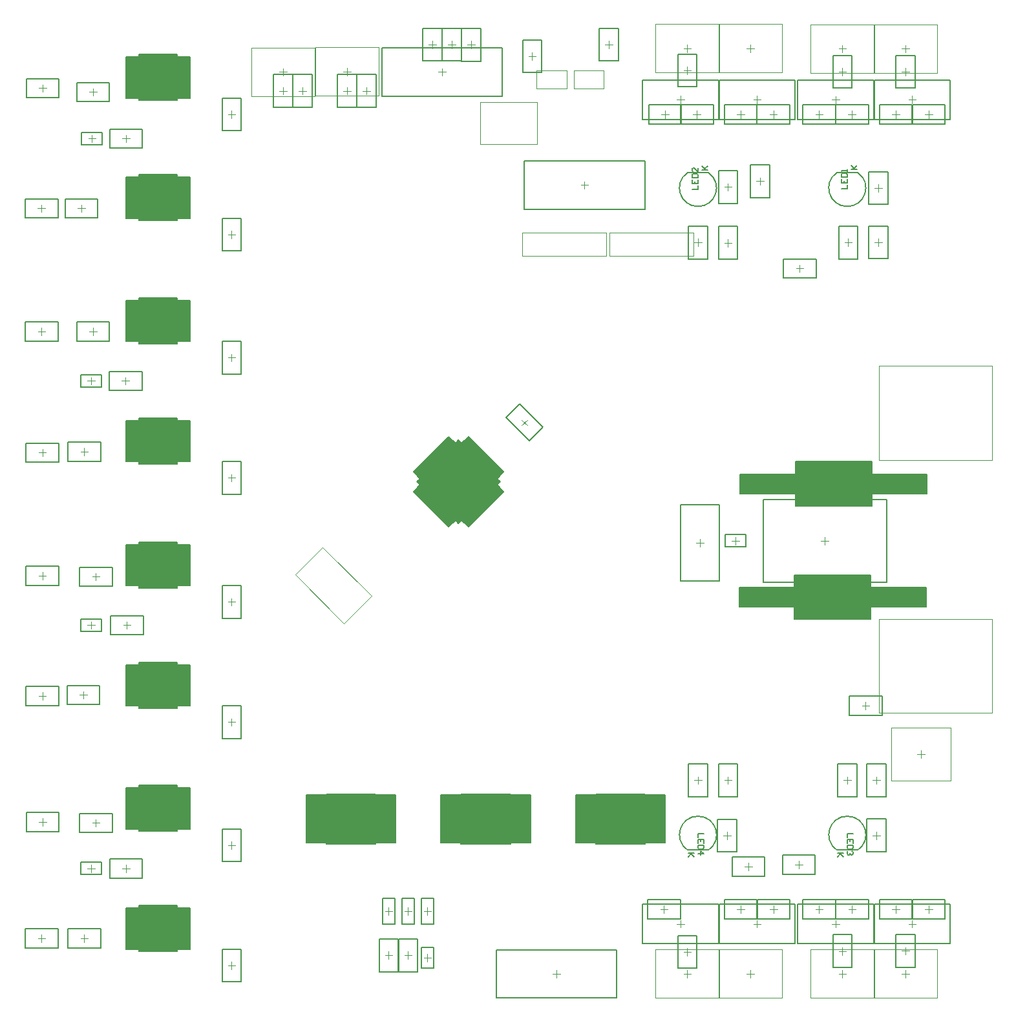
<source format=gbr>
%TF.GenerationSoftware,Altium Limited,Altium Designer,21.6.4 (81)*%
G04 Layer_Color=32768*
%FSLAX43Y43*%
%MOMM*%
%TF.SameCoordinates,5D8205C6-A8A5-4108-8313-488A8EE5113E*%
%TF.FilePolarity,Positive*%
%TF.FileFunction,Other,Mechanical_15*%
%TF.Part,Single*%
G01*
G75*
%TA.AperFunction,NonConductor*%
%ADD81C,0.152*%
%ADD82C,0.200*%
%ADD117C,0.100*%
%ADD118C,0.050*%
G36*
X119723Y167665D02*
X121378D01*
Y162281D01*
X119723D01*
Y161963D01*
X114719D01*
Y162281D01*
X113064D01*
Y167665D01*
X114719D01*
Y167983D01*
X119723D01*
Y167665D01*
D02*
G37*
G36*
Y151917D02*
X121378D01*
Y146533D01*
X119723D01*
Y146215D01*
X114719D01*
Y146533D01*
X113064D01*
Y151917D01*
X114719D01*
Y152235D01*
X119723D01*
Y151917D01*
D02*
G37*
G36*
Y135788D02*
X121378D01*
Y130404D01*
X119723D01*
Y130086D01*
X114719D01*
Y130404D01*
X113064D01*
Y135788D01*
X114719D01*
Y136106D01*
X119723D01*
Y135788D01*
D02*
G37*
G36*
X162502Y113317D02*
X161616Y112431D01*
X162033Y112014D01*
X161616Y111597D01*
X162502Y110711D01*
X157894Y106103D01*
X157008Y106989D01*
X156591Y106572D01*
X156174Y106989D01*
X155288Y106103D01*
X150680Y110711D01*
X151566Y111597D01*
X151149Y112014D01*
X151566Y112431D01*
X150680Y113317D01*
X155288Y117925D01*
X156174Y117039D01*
X156591Y117456D01*
X157008Y117039D01*
X157894Y117925D01*
X162502Y113317D01*
D02*
G37*
G36*
X119723Y120040D02*
X121378D01*
Y114656D01*
X119723D01*
Y114338D01*
X114719D01*
Y114656D01*
X113064D01*
Y120040D01*
X114719D01*
Y120358D01*
X119723D01*
Y120040D01*
D02*
G37*
G36*
X210719Y113013D02*
X217946D01*
Y110448D01*
X210719D01*
Y108822D01*
X200712D01*
Y110448D01*
X193485D01*
Y113013D01*
X200712D01*
Y114639D01*
X210719D01*
Y113013D01*
D02*
G37*
G36*
X119723Y103784D02*
X121378D01*
Y98400D01*
X119723D01*
Y98082D01*
X114719D01*
Y98400D01*
X113064D01*
Y103784D01*
X114719D01*
Y104102D01*
X119723D01*
Y103784D01*
D02*
G37*
G36*
X210591Y98184D02*
X217818D01*
Y95618D01*
X210591D01*
Y93993D01*
X200584D01*
Y95618D01*
X193357D01*
Y98184D01*
X200584D01*
Y99809D01*
X210591D01*
Y98184D01*
D02*
G37*
G36*
X119723Y88036D02*
X121378D01*
Y82652D01*
X119723D01*
Y82334D01*
X114719D01*
Y82652D01*
X113064D01*
Y88036D01*
X114719D01*
Y88354D01*
X119723D01*
Y88036D01*
D02*
G37*
G36*
Y71907D02*
X121378D01*
Y66523D01*
X119723D01*
Y66205D01*
X114719D01*
Y66523D01*
X113064D01*
Y71907D01*
X114719D01*
Y72225D01*
X119723D01*
Y71907D01*
D02*
G37*
G36*
X181051Y70955D02*
X183655D01*
Y64681D01*
X181051D01*
Y64567D01*
X174549D01*
Y64681D01*
X171945D01*
Y70955D01*
X174549D01*
Y71069D01*
X181051D01*
Y70955D01*
D02*
G37*
G36*
X163398D02*
X166002D01*
Y64681D01*
X163398D01*
Y64567D01*
X156896D01*
Y64681D01*
X154292D01*
Y70955D01*
X156896D01*
Y71069D01*
X163398D01*
Y70955D01*
D02*
G37*
G36*
X145745D02*
X148349D01*
Y64681D01*
X145745D01*
Y64567D01*
X139243D01*
Y64681D01*
X136639D01*
Y70955D01*
X139243D01*
Y71069D01*
X145745D01*
Y70955D01*
D02*
G37*
G36*
X119723Y56159D02*
X121378D01*
Y50775D01*
X119723D01*
Y50457D01*
X114719D01*
Y50775D01*
X113064D01*
Y56159D01*
X114719D01*
Y56477D01*
X119723D01*
Y56159D01*
D02*
G37*
D81*
Y66523D02*
X121378D01*
X119723Y66205D02*
Y66523D01*
X114719Y66205D02*
X119723D01*
X114719D02*
Y66523D01*
X113064D02*
X114719D01*
X113064D02*
Y71907D01*
X114719D01*
Y72225D01*
X119723D01*
Y71907D02*
Y72225D01*
Y71907D02*
X121378D01*
Y66523D02*
Y71907D01*
X119723Y50775D02*
X121378D01*
X119723Y50457D02*
Y50775D01*
X114719Y50457D02*
X119723D01*
X114719D02*
Y50775D01*
X113064D02*
X114719D01*
X113064D02*
Y56159D01*
X114719D01*
Y56477D01*
X119723D01*
Y56159D02*
Y56477D01*
Y56159D02*
X121378D01*
Y50775D02*
Y56159D01*
X119723Y162281D02*
X121378D01*
X119723Y161963D02*
Y162281D01*
X114719Y161963D02*
X119723D01*
X114719D02*
Y162281D01*
X113064D02*
X114719D01*
X113064D02*
Y167665D01*
X114719D01*
Y167983D01*
X119723D01*
Y167665D02*
Y167983D01*
Y167665D02*
X121378D01*
Y162281D02*
Y167665D01*
X119723Y146533D02*
X121378D01*
X119723Y146215D02*
Y146533D01*
X114719Y146215D02*
X119723D01*
X114719D02*
Y146533D01*
X113064D02*
X114719D01*
X113064D02*
Y151917D01*
X114719D01*
Y152235D01*
X119723D01*
Y151917D02*
Y152235D01*
Y151917D02*
X121378D01*
Y146533D02*
Y151917D01*
X119723Y130404D02*
X121378D01*
X119723Y130086D02*
Y130404D01*
X114719Y130086D02*
X119723D01*
X114719D02*
Y130404D01*
X113064D02*
X114719D01*
X113064D02*
Y135788D01*
X114719D01*
Y136106D01*
X119723D01*
Y135788D02*
Y136106D01*
Y135788D02*
X121378D01*
Y130404D02*
Y135788D01*
X119723Y114656D02*
X121378D01*
X119723Y114338D02*
Y114656D01*
X114719Y114338D02*
X119723D01*
X114719D02*
Y114656D01*
X113064D02*
X114719D01*
X113064D02*
Y120040D01*
X114719D01*
Y120358D01*
X119723D01*
Y120040D02*
Y120358D01*
Y120040D02*
X121378D01*
Y114656D02*
Y120040D01*
X119723Y98400D02*
X121378D01*
X119723Y98082D02*
Y98400D01*
X114719Y98082D02*
X119723D01*
X114719D02*
Y98400D01*
X113064D02*
X114719D01*
X113064D02*
Y103784D01*
X114719D01*
Y104102D01*
X119723D01*
Y103784D02*
Y104102D01*
Y103784D02*
X121378D01*
Y98400D02*
Y103784D01*
X119723Y82652D02*
X121378D01*
X119723Y82334D02*
Y82652D01*
X114719Y82334D02*
X119723D01*
X114719D02*
Y82652D01*
X113064D02*
X114719D01*
X113064D02*
Y88036D01*
X114719D01*
Y88354D01*
X119723D01*
Y88036D02*
Y88354D01*
Y88036D02*
X121378D01*
Y82652D02*
Y88036D01*
X156174Y106989D02*
X156591Y106572D01*
X155288Y106103D02*
X156174Y106989D01*
X150680Y110711D02*
X155288Y106103D01*
X150680Y110711D02*
X151566Y111597D01*
X151149Y112014D02*
X151566Y111597D01*
X151149Y112014D02*
X151566Y112431D01*
X150680Y113317D02*
X151566Y112431D01*
X150680Y113317D02*
X155288Y117925D01*
X156174Y117039D01*
X156591Y117456D01*
X157008Y117039D01*
X157894Y117925D01*
X162502Y113317D01*
X161616Y112431D02*
X162502Y113317D01*
X161616Y112431D02*
X162033Y112014D01*
X161616Y111597D02*
X162033Y112014D01*
X161616Y111597D02*
X162502Y110711D01*
X157894Y106103D02*
X162502Y110711D01*
X157008Y106989D02*
X157894Y106103D01*
X156591Y106572D02*
X157008Y106989D01*
X145745Y70955D02*
Y71069D01*
Y70955D02*
X148349D01*
Y64681D02*
Y70955D01*
X145745Y64681D02*
X148349D01*
X145745Y64567D02*
Y64681D01*
X139243Y64567D02*
X145745D01*
X139243D02*
Y64681D01*
X136639D02*
X139243D01*
X136639D02*
Y70955D01*
X139243D01*
Y71069D01*
X145745D01*
X181051Y70955D02*
Y71069D01*
Y70955D02*
X183655D01*
Y64681D02*
Y70955D01*
X181051Y64681D02*
X183655D01*
X181051Y64567D02*
Y64681D01*
X174549Y64567D02*
X181051D01*
X174549D02*
Y64681D01*
X171945D02*
X174549D01*
X171945D02*
Y70955D01*
X174549D01*
Y71069D01*
X181051D01*
X163398Y70955D02*
Y71069D01*
Y70955D02*
X166002D01*
Y64681D02*
Y70955D01*
X163398Y64681D02*
X166002D01*
X163398Y64567D02*
Y64681D01*
X156896Y64567D02*
X163398D01*
X156896D02*
Y64681D01*
X154292D02*
X156896D01*
X154292D02*
Y70955D01*
X156896D01*
Y71069D01*
X163398D01*
X193485Y110448D02*
Y113013D01*
X200712D01*
Y114639D01*
X210719D01*
Y113013D02*
Y114639D01*
Y113013D02*
X217946D01*
Y110448D02*
Y113013D01*
X193485Y110448D02*
X200712D01*
Y108822D02*
Y110448D01*
Y108822D02*
X210719D01*
Y110448D01*
X217946D01*
X210591Y95618D02*
X217818D01*
X210591Y93993D02*
Y95618D01*
X200584Y93993D02*
X210591D01*
X200584D02*
Y95618D01*
X193357D02*
X200584D01*
X217818D02*
Y98184D01*
X210591D02*
X217818D01*
X210591D02*
Y99809D01*
X200584D02*
X210591D01*
X200584Y98184D02*
Y99809D01*
X193357Y98184D02*
X200584D01*
X193357Y95618D02*
Y98184D01*
X208280Y65913D02*
X207518D01*
Y65405D01*
X208280Y64643D02*
Y65151D01*
X207518D01*
Y64643D01*
X207899Y65151D02*
Y64897D01*
X208280Y64389D02*
X207518D01*
Y64009D01*
X207645Y63882D01*
X208153D01*
X208280Y64009D01*
Y64389D01*
X208153Y63628D02*
X208280Y63501D01*
Y63247D01*
X208153Y63120D01*
X208026D01*
X207899Y63247D01*
Y63374D01*
Y63247D01*
X207772Y63120D01*
X207645D01*
X207518Y63247D01*
Y63501D01*
X207645Y63628D01*
X207010Y63373D02*
X206248D01*
X206502D01*
X207010Y62865D01*
X206629Y63246D01*
X206248Y62865D01*
X188722Y65913D02*
X187960D01*
Y65405D01*
X188722Y64643D02*
Y65151D01*
X187960D01*
Y64643D01*
X188341Y65151D02*
Y64897D01*
X188722Y64389D02*
X187960D01*
Y64009D01*
X188087Y63882D01*
X188595D01*
X188722Y64009D01*
Y64389D01*
X187960Y63247D02*
X188722D01*
X188341Y63628D01*
Y63120D01*
X187452Y63373D02*
X186690D01*
X186944D01*
X187452Y62865D01*
X187071Y63246D01*
X186690Y62865D01*
X187198Y150363D02*
X187960D01*
Y150871D01*
X187198Y151633D02*
Y151125D01*
X187960D01*
Y151633D01*
X187579Y151125D02*
Y151379D01*
X187198Y151887D02*
X187960D01*
Y152267D01*
X187833Y152394D01*
X187325D01*
X187198Y152267D01*
Y151887D01*
X187960Y153156D02*
Y152648D01*
X187452Y153156D01*
X187325D01*
X187198Y153029D01*
Y152775D01*
X187325Y152648D01*
X188468Y152903D02*
X189230D01*
X188976D01*
X188468Y153411D01*
X188849Y153030D01*
X189230Y153411D01*
X208026Y152908D02*
X208788D01*
X208534D01*
X208026Y153416D01*
X208407Y153035D01*
X208788Y153416D01*
X206756Y150368D02*
X207518D01*
Y150876D01*
X206756Y151638D02*
Y151130D01*
X207518D01*
Y151638D01*
X207137Y151130D02*
Y151384D01*
X206756Y151892D02*
X207518D01*
Y152272D01*
X207391Y152399D01*
X206883D01*
X206756Y152272D01*
Y151892D01*
X207518Y152653D02*
Y152907D01*
Y152780D01*
X206756D01*
X206883Y152653D01*
D82*
X208876Y63754D02*
G03*
X206138Y63774I-1355J2016D01*
G01*
X189318Y63754D02*
G03*
X186580Y63774I-1355J2016D01*
G01*
X186602Y152522D02*
G03*
X189340Y152502I1355J-2016D01*
G01*
X206160Y152527D02*
G03*
X208898Y152507I1355J-2016D01*
G01*
X125619Y157993D02*
X128127D01*
X125619D02*
Y162301D01*
X128127D01*
Y157993D02*
Y162301D01*
X125619Y78364D02*
X128127D01*
X125619D02*
Y82672D01*
X128127D01*
Y78364D02*
Y82672D01*
X125619Y62235D02*
X128127D01*
X125619D02*
Y66543D01*
X128127D01*
Y62235D02*
Y66543D01*
X125619Y46487D02*
X128127D01*
X125619D02*
Y50795D01*
X128127D01*
Y46487D02*
Y50795D01*
X105415Y50943D02*
Y53451D01*
X109723D01*
Y50943D02*
Y53451D01*
X105415Y50943D02*
X109723D01*
X109812Y60541D02*
Y62141D01*
X107104Y60541D02*
X109812D01*
X107104D02*
Y62141D01*
X109812D01*
X106939Y66056D02*
Y68564D01*
X111247D01*
Y66056D02*
Y68564D01*
X106939Y66056D02*
X111247D01*
X109812Y92418D02*
Y94018D01*
X107104Y92418D02*
X109812D01*
X107104D02*
Y94018D01*
X109812D01*
X106939Y98314D02*
Y100822D01*
X111247D01*
Y98314D02*
Y100822D01*
X106939Y98314D02*
X111247D01*
X105415Y114697D02*
Y117205D01*
X109723D01*
Y114697D02*
Y117205D01*
X105415Y114697D02*
X109723D01*
X109812Y124422D02*
Y126022D01*
X107104Y124422D02*
X109812D01*
X107104D02*
Y126022D01*
X109812D01*
X106558Y130445D02*
Y132953D01*
X110866D01*
Y130445D02*
Y132953D01*
X106558Y130445D02*
X110866D01*
X109939Y156172D02*
Y157772D01*
X107231Y156172D02*
X109939D01*
X107231D02*
Y157772D01*
X109939D01*
X106558Y161814D02*
Y164322D01*
X110866D01*
Y161814D02*
Y164322D01*
X106558Y161814D02*
X110866D01*
X99954Y162322D02*
Y164830D01*
X104262D01*
Y162322D02*
Y164830D01*
X99954Y162322D02*
X104262D01*
X105288Y82820D02*
Y85328D01*
X109596D01*
Y82820D02*
Y85328D01*
X105288Y82820D02*
X109596D01*
X154448Y167137D02*
X156956D01*
X154448D02*
Y171445D01*
X156956D01*
Y167137D02*
Y171445D01*
X156988Y171410D02*
X159496D01*
Y167102D02*
Y171410D01*
X156988Y167102D02*
X159496D01*
X156988D02*
Y171410D01*
X164989Y165613D02*
X167497D01*
X164989D02*
Y169921D01*
X167497D01*
Y165613D02*
Y169921D01*
X175022Y171445D02*
X177530D01*
Y167137D02*
Y171445D01*
X175022Y167137D02*
X177530D01*
X175022D02*
Y171445D01*
X162817Y120397D02*
X164591Y122171D01*
X167637Y119125D01*
X165863Y117351D02*
X167637Y119125D01*
X162817Y120397D02*
X165863Y117351D01*
X151727Y50998D02*
X153327D01*
Y48290D02*
Y50998D01*
X151727Y48290D02*
X153327D01*
X151727D02*
Y50998D01*
X181361Y54753D02*
Y57261D01*
X185669D01*
Y54753D02*
Y57261D01*
X181361Y54753D02*
X185669D01*
X195712D02*
Y57261D01*
X200020D01*
Y54753D02*
Y57261D01*
X195712Y54753D02*
X200020D01*
X201681D02*
Y57261D01*
X205989D01*
Y54753D02*
Y57261D01*
X201681Y54753D02*
X205989D01*
X205999D02*
Y57261D01*
X210307D01*
Y54753D02*
Y57261D01*
X205999Y54753D02*
X210307D01*
X216032D02*
Y57261D01*
X220340D01*
Y54753D02*
Y57261D01*
X216032Y54753D02*
X220340D01*
X203322Y60595D02*
Y63103D01*
X199014Y60595D02*
X203322D01*
X199014D02*
Y63103D01*
X203322D01*
X196718Y60341D02*
Y62849D01*
X192410Y60341D02*
X196718D01*
X192410D02*
Y62849D01*
X196718D01*
X190516Y63505D02*
X193024D01*
X190516D02*
Y67813D01*
X193024D01*
Y63505D02*
Y67813D01*
X186706Y70744D02*
X189214D01*
X186706D02*
Y75052D01*
X189214D01*
Y70744D02*
Y75052D01*
X190643Y70744D02*
X193151D01*
X190643D02*
Y75052D01*
X193151D01*
Y70744D02*
Y75052D01*
X206264Y70744D02*
X208772D01*
X206264D02*
Y75052D01*
X208772D01*
Y70744D02*
Y75052D01*
X194229Y103467D02*
Y105067D01*
X191521Y103467D02*
X194229D01*
X191521D02*
Y105067D01*
X194229D01*
X196477Y98837D02*
X212697D01*
X196477D02*
Y109697D01*
X212697D01*
Y98837D02*
Y109697D01*
X203449Y138700D02*
Y141208D01*
X199141Y138700D02*
X203449D01*
X199141D02*
Y141208D01*
X203449D01*
X186706Y145502D02*
X189214D01*
Y141194D02*
Y145502D01*
X186706Y141194D02*
X189214D01*
X186706D02*
Y145502D01*
X194834Y153538D02*
X197342D01*
Y149230D02*
Y153538D01*
X194834Y149230D02*
X197342D01*
X194834D02*
Y153538D01*
X206391Y145502D02*
X208899D01*
Y141194D02*
Y145502D01*
X206391Y141194D02*
X208899D01*
X206391D02*
Y145502D01*
X210328Y145537D02*
X212836D01*
Y141229D02*
Y145537D01*
X210328Y141229D02*
X212836D01*
X210328D02*
Y145537D01*
Y152649D02*
X212836D01*
Y148341D02*
Y152649D01*
X210328Y148341D02*
X212836D01*
X210328D02*
Y152649D01*
X220340Y158893D02*
Y161401D01*
X216032Y158893D02*
X220340D01*
X216032D02*
Y161401D01*
X220340D01*
X216022Y158893D02*
Y161401D01*
X211714Y158893D02*
X216022D01*
X211714D02*
Y161401D01*
X216022D01*
X205964Y158893D02*
Y161401D01*
X210272D01*
Y158893D02*
Y161401D01*
X205964Y158893D02*
X210272D01*
X205989D02*
Y161401D01*
X201681Y158893D02*
X205989D01*
X201681D02*
Y161401D01*
X205989D01*
X199985Y158893D02*
Y161401D01*
X195677Y158893D02*
X199985D01*
X195677D02*
Y161401D01*
X199985D01*
X195702Y158893D02*
Y161401D01*
X191394Y158893D02*
X195702D01*
X191394D02*
Y161401D01*
X195702D01*
X185644Y158893D02*
Y161401D01*
X189952D01*
Y158893D02*
Y161401D01*
X185644Y158893D02*
X189952D01*
X185796D02*
Y161401D01*
X181488Y158893D02*
X185796D01*
X181488D02*
Y161401D01*
X185796D01*
X177318Y44394D02*
Y50694D01*
X161518D02*
X177318D01*
X161518Y44394D02*
Y50694D01*
Y44394D02*
X177318D01*
X151752Y54053D02*
X153302D01*
Y57453D01*
X151752D02*
X153302D01*
X151752Y54053D02*
Y57453D01*
X149212Y54053D02*
Y57453D01*
X150762D01*
Y54053D02*
Y57453D01*
X149212Y54053D02*
X150762D01*
X146672D02*
Y57453D01*
X148222D01*
Y54053D02*
Y57453D01*
X146672Y54053D02*
X148222D01*
X221017Y159477D02*
Y164637D01*
X211037Y159477D02*
X221017D01*
X211037D02*
Y164637D01*
X221017D01*
X210984Y159472D02*
Y164632D01*
X201004Y159472D02*
X210984D01*
X201004D02*
Y164632D01*
X210984D01*
X200697Y159477D02*
Y164637D01*
X190717Y159477D02*
X200697D01*
X190717D02*
Y164637D01*
X200697D01*
X190664Y159477D02*
Y164637D01*
X180684Y159477D02*
X190664D01*
X180684D02*
Y164637D01*
X190664D01*
X201004Y51517D02*
X210984D01*
Y56677D01*
X201004D02*
X210984D01*
X201004Y51517D02*
Y56677D01*
X211037Y51517D02*
X221017D01*
Y56677D01*
X211037D02*
X221017D01*
X211037Y51517D02*
Y56677D01*
X190717Y51517D02*
X200697D01*
Y56677D01*
X190717D02*
X200697D01*
X190717Y51517D02*
Y56677D01*
X180684Y51517D02*
X190664D01*
Y56677D01*
X180684D02*
X190664D01*
X180684Y51517D02*
Y56677D01*
X206139Y63754D02*
X208876D01*
X186581D02*
X189318D01*
X165201Y154026D02*
X181001D01*
Y147726D02*
Y154026D01*
X165201Y147726D02*
X181001D01*
X165201D02*
Y154026D01*
X186602Y152522D02*
X189339D01*
X206160Y152527D02*
X208897D01*
X146532Y168839D02*
X162332D01*
Y162539D02*
Y168839D01*
X146532Y162539D02*
X162332D01*
X146532D02*
Y168839D01*
X134858Y161076D02*
Y165384D01*
X132350D02*
X134858D01*
X132350Y161076D02*
Y165384D01*
Y161076D02*
X134858D01*
X137398D02*
Y165384D01*
X134890D02*
X137398D01*
X134890Y161076D02*
Y165384D01*
Y161076D02*
X137398D01*
X143240D02*
Y165384D01*
X140732D02*
X143240D01*
X140732Y161076D02*
Y165384D01*
Y161076D02*
X143240D01*
X145780D02*
Y165384D01*
X143272D02*
X145780D01*
X143272Y161076D02*
Y165384D01*
Y161076D02*
X145780D01*
X154416Y167137D02*
Y171445D01*
X151908D02*
X154416D01*
X151908Y167137D02*
Y171445D01*
Y167137D02*
X154416D01*
X148733Y47817D02*
Y52125D01*
Y47817D02*
X151241D01*
Y52125D01*
X148733D02*
X151241D01*
X146193Y47817D02*
Y52125D01*
Y47817D02*
X148701D01*
Y52125D01*
X146193D02*
X148701D01*
X190643Y141172D02*
Y145480D01*
Y141172D02*
X193151D01*
Y145480D01*
X190643D02*
X193151D01*
X190643Y148468D02*
Y152776D01*
Y148468D02*
X193151D01*
Y152776D01*
X190643D02*
X193151D01*
X212565Y63522D02*
Y67831D01*
X210056D02*
X212565D01*
X210056Y63522D02*
Y67831D01*
Y63522D02*
X212565D01*
X212582Y70744D02*
Y75052D01*
X210074D02*
X212582D01*
X210074Y70744D02*
Y75052D01*
Y70744D02*
X212582D01*
X191394Y57261D02*
X195702D01*
X191394Y54753D02*
Y57261D01*
Y54753D02*
X195702D01*
Y57261D01*
X211714D02*
X216022D01*
X211714Y54753D02*
Y57261D01*
Y54753D02*
X216022D01*
Y57261D01*
X213884Y167889D02*
X216392D01*
Y163581D02*
Y167889D01*
X213884Y163581D02*
X216392D01*
X213884D02*
Y167889D01*
X205629D02*
X208137D01*
Y163581D02*
Y167889D01*
X205629Y163581D02*
X208137D01*
X205629D02*
Y167889D01*
X185309Y168051D02*
X187817D01*
Y163743D02*
Y168051D01*
X185309Y163743D02*
X187817D01*
X185309D02*
Y168051D01*
X110876Y62595D02*
X115184D01*
X110876Y60087D02*
Y62595D01*
Y60087D02*
X115184D01*
Y62595D01*
X110816Y126476D02*
X115124D01*
X110816Y123968D02*
Y126476D01*
Y123968D02*
X115124D01*
Y126476D01*
X111003Y94472D02*
X115311D01*
X111003Y91964D02*
Y94472D01*
Y91964D02*
X115311D01*
Y94472D01*
X110876Y158226D02*
X115184D01*
X110876Y155718D02*
Y158226D01*
Y155718D02*
X115184D01*
Y158226D01*
X207777Y81423D02*
X212085D01*
Y83931D01*
X207777D02*
X212085D01*
X207777Y81423D02*
Y83931D01*
X185634Y99023D02*
X190794D01*
X185634D02*
Y109003D01*
X190794D01*
Y99023D02*
Y109003D01*
X216392Y48392D02*
Y52700D01*
X213884D02*
X216392D01*
X213884Y48392D02*
Y52700D01*
Y48392D02*
X216392D01*
X208137Y48357D02*
Y52665D01*
X205629D02*
X208137D01*
X205629Y48357D02*
Y52665D01*
Y48357D02*
X208137D01*
X187817Y48265D02*
Y52573D01*
X185309D02*
X187817D01*
X185309Y48265D02*
Y52573D01*
Y48265D02*
X187817D01*
X128127Y142245D02*
Y146553D01*
X125619D02*
X128127D01*
X125619Y142245D02*
Y146553D01*
Y142245D02*
X128127D01*
Y126116D02*
Y130424D01*
X125619D02*
X128127D01*
X125619Y126116D02*
Y130424D01*
Y126116D02*
X128127D01*
Y110368D02*
Y114676D01*
X125619D02*
X128127D01*
X125619Y110368D02*
Y114676D01*
Y110368D02*
X128127D01*
Y94112D02*
Y98420D01*
X125619D02*
X128127D01*
X125619Y94112D02*
Y98420D01*
Y94112D02*
X128127D01*
X105034Y146574D02*
X109342D01*
Y149082D01*
X105034D02*
X109342D01*
X105034Y146574D02*
Y149082D01*
X99954Y66183D02*
X104262D01*
Y68691D01*
X99954D02*
X104262D01*
X99954Y66183D02*
Y68691D01*
X99792Y146574D02*
X104100D01*
Y149082D01*
X99792D02*
X104100D01*
X99792Y146574D02*
Y149082D01*
X99827Y50943D02*
X104135D01*
Y53451D01*
X99827D02*
X104135D01*
X99827Y50943D02*
Y53451D01*
X99919Y82693D02*
X104227D01*
Y85201D01*
X99919D02*
X104227D01*
X99919Y82693D02*
Y85201D01*
Y98441D02*
X104227D01*
Y100949D01*
X99919D02*
X104227D01*
X99919Y98441D02*
Y100949D01*
X99827Y130445D02*
X104135D01*
Y132953D01*
X99827D02*
X104135D01*
X99827Y130445D02*
Y132953D01*
X99919Y114570D02*
X104227D01*
Y117078D01*
X99919D02*
X104227D01*
X99919Y114570D02*
Y117078D01*
D117*
X126373Y160147D02*
X127373D01*
X126873Y159647D02*
Y160647D01*
X126373Y80518D02*
X127373D01*
X126873Y80018D02*
Y81018D01*
X126373Y64389D02*
X127373D01*
X126873Y63889D02*
Y64889D01*
X126373Y48641D02*
X127373D01*
X126873Y48141D02*
Y49141D01*
X107569Y51697D02*
Y52697D01*
X107069Y52197D02*
X108069D01*
X108458Y60841D02*
Y61841D01*
X107958Y61341D02*
X108958D01*
X109093Y66810D02*
Y67810D01*
X108593Y67310D02*
X109593D01*
X108458Y92718D02*
Y93718D01*
X107958Y93218D02*
X108958D01*
X109093Y99068D02*
Y100068D01*
X108593Y99568D02*
X109593D01*
X107569Y115451D02*
Y116451D01*
X107069Y115951D02*
X108069D01*
X108458Y124722D02*
Y125722D01*
X107958Y125222D02*
X108958D01*
X108712Y131199D02*
Y132199D01*
X108212Y131699D02*
X109212D01*
X108585Y156472D02*
Y157472D01*
X108085Y156972D02*
X109085D01*
X108712Y162568D02*
Y163568D01*
X108212Y163068D02*
X109212D01*
X102108Y163076D02*
Y164076D01*
X101608Y163576D02*
X102608D01*
X107442Y83574D02*
Y84574D01*
X106942Y84074D02*
X107942D01*
X155202Y169291D02*
X156202D01*
X155702Y168791D02*
Y169791D01*
X157742Y169256D02*
X158742D01*
X158242Y168756D02*
Y169756D01*
X165743Y167767D02*
X166743D01*
X166243Y167267D02*
Y168267D01*
X175776Y169291D02*
X176776D01*
X176276Y168791D02*
Y169791D01*
X164873Y119407D02*
X165581Y120115D01*
X164873D02*
X165581Y119407D01*
X152027Y49644D02*
X153027D01*
X152527Y49144D02*
Y50144D01*
X183515Y55507D02*
Y56507D01*
X183015Y56007D02*
X184015D01*
X197866Y55507D02*
Y56507D01*
X197366Y56007D02*
X198366D01*
X203835Y55507D02*
Y56507D01*
X203335Y56007D02*
X204335D01*
X208153Y55507D02*
Y56507D01*
X207653Y56007D02*
X208653D01*
X218186Y55507D02*
Y56507D01*
X217686Y56007D02*
X218686D01*
X201168Y61349D02*
Y62349D01*
X200668Y61849D02*
X201668D01*
X194564Y61095D02*
Y62095D01*
X194064Y61595D02*
X195064D01*
X191270Y65659D02*
X192270D01*
X191770Y65159D02*
Y66159D01*
X187460Y72898D02*
X188460D01*
X187960Y72398D02*
Y73398D01*
X191397Y72898D02*
X192397D01*
X191897Y72398D02*
Y73398D01*
X207018Y72898D02*
X208018D01*
X207518Y72398D02*
Y73398D01*
X217170Y75827D02*
Y76827D01*
X216670Y76327D02*
X217670D01*
X192875Y103767D02*
Y104767D01*
X192375Y104267D02*
X193375D01*
X204087D02*
X205087D01*
X204587Y103767D02*
Y104767D01*
X201295Y139454D02*
Y140454D01*
X200795Y139954D02*
X201795D01*
X187460Y143348D02*
X188460D01*
X187960Y142848D02*
Y143848D01*
X195588Y151384D02*
X196588D01*
X196088Y150884D02*
Y151884D01*
X207145Y143348D02*
X208145D01*
X207645Y142848D02*
Y143848D01*
X211082Y143383D02*
X212082D01*
X211582Y142883D02*
Y143883D01*
X211082Y150495D02*
X212082D01*
X211582Y149995D02*
Y150995D01*
X218186Y159647D02*
Y160647D01*
X217686Y160147D02*
X218686D01*
X213868Y159647D02*
Y160647D01*
X213368Y160147D02*
X214368D01*
X208118Y159647D02*
Y160647D01*
X207618Y160147D02*
X208618D01*
X203835Y159647D02*
Y160647D01*
X203335Y160147D02*
X204335D01*
X197831Y159647D02*
Y160647D01*
X197331Y160147D02*
X198331D01*
X193548Y159647D02*
Y160647D01*
X193048Y160147D02*
X194048D01*
X187798Y159647D02*
Y160647D01*
X187298Y160147D02*
X188298D01*
X183642Y159647D02*
Y160647D01*
X183142Y160147D02*
X184142D01*
X169418Y47044D02*
Y48044D01*
X168918Y47544D02*
X169918D01*
X152027Y55753D02*
X153027D01*
X152527Y55253D02*
Y56253D01*
X149987Y55253D02*
Y56253D01*
X149487Y55753D02*
X150487D01*
X147447Y55253D02*
Y56253D01*
X146947Y55753D02*
X147947D01*
X216027Y161557D02*
Y162557D01*
X215527Y162057D02*
X216527D01*
X205994Y161552D02*
Y162552D01*
X205494Y162052D02*
X206494D01*
X195707Y161557D02*
Y162557D01*
X195207Y162057D02*
X196207D01*
X185674Y161557D02*
Y162557D01*
X185174Y162057D02*
X186174D01*
X211643Y127181D02*
X226443D01*
X211643Y114881D02*
Y127181D01*
Y114881D02*
X226443D01*
Y127181D01*
X205494Y54097D02*
X206494D01*
X205994Y53597D02*
Y54597D01*
X215527Y54097D02*
X216527D01*
X216027Y53597D02*
Y54597D01*
X195207Y54097D02*
X196207D01*
X195707Y53597D02*
Y54597D01*
X185174Y54097D02*
X186174D01*
X185674Y53597D02*
Y54597D01*
X211643Y94034D02*
X226443D01*
X211643Y81734D02*
Y94034D01*
Y81734D02*
X226443D01*
Y94034D01*
X172601Y150876D02*
X173601D01*
X173101Y150376D02*
Y151376D01*
X153932Y165689D02*
X154932D01*
X154432Y165189D02*
Y166189D01*
X133604Y162730D02*
Y163730D01*
X133104Y163230D02*
X134104D01*
X136144Y162730D02*
Y163730D01*
X135644Y163230D02*
X136644D01*
X141986Y162730D02*
Y163730D01*
X141486Y163230D02*
X142486D01*
X144526Y162730D02*
Y163730D01*
X144026Y163230D02*
X145026D01*
X153162Y168791D02*
Y169791D01*
X152662Y169291D02*
X153662D01*
X149987Y49471D02*
Y50471D01*
X149487Y49971D02*
X150487D01*
X147447Y49471D02*
Y50471D01*
X146947Y49971D02*
X147947D01*
X191897Y142826D02*
Y143826D01*
X191397Y143326D02*
X192397D01*
X191897Y150122D02*
Y151122D01*
X191397Y150622D02*
X192397D01*
X211311Y65176D02*
Y66176D01*
X210811Y65676D02*
X211811D01*
X211328Y72398D02*
Y73398D01*
X210828Y72898D02*
X211828D01*
X193048Y56007D02*
X194048D01*
X193548Y55507D02*
Y56507D01*
X213368Y56007D02*
X214368D01*
X213868Y55507D02*
Y56507D01*
X214638Y165735D02*
X215638D01*
X215138Y165235D02*
Y166235D01*
X206383Y165735D02*
X207383D01*
X206883Y165235D02*
Y166235D01*
X186063Y165897D02*
X187063D01*
X186563Y165397D02*
Y166397D01*
X112530Y61341D02*
X113530D01*
X113030Y60841D02*
Y61841D01*
X112470Y125222D02*
X113470D01*
X112970Y124722D02*
Y125722D01*
X112657Y93218D02*
X113657D01*
X113157Y92718D02*
Y93718D01*
X112530Y156972D02*
X113530D01*
X113030Y156472D02*
Y157472D01*
X209431Y82677D02*
X210431D01*
X209931Y82177D02*
Y83177D01*
X187714Y104013D02*
X188714D01*
X188214Y103513D02*
Y104513D01*
X215138Y50046D02*
Y51046D01*
X214638Y50546D02*
X215638D01*
X206883Y50011D02*
Y51011D01*
X206383Y50511D02*
X207383D01*
X186563Y49919D02*
Y50919D01*
X186063Y50419D02*
X187063D01*
X126873Y143899D02*
Y144899D01*
X126373Y144399D02*
X127373D01*
X126873Y127770D02*
Y128770D01*
X126373Y128270D02*
X127373D01*
X126873Y112022D02*
Y113022D01*
X126373Y112522D02*
X127373D01*
X126873Y95766D02*
Y96766D01*
X126373Y96266D02*
X127373D01*
X106688Y147828D02*
X107688D01*
X107188Y147328D02*
Y148328D01*
X101608Y67437D02*
X102608D01*
X102108Y66937D02*
Y67937D01*
X101446Y147828D02*
X102446D01*
X101946Y147328D02*
Y148328D01*
X101481Y52197D02*
X102481D01*
X101981Y51697D02*
Y52697D01*
X101573Y83947D02*
X102573D01*
X102073Y83447D02*
Y84447D01*
X101573Y99695D02*
X102573D01*
X102073Y99195D02*
Y100195D01*
X101481Y131699D02*
X102481D01*
X101981Y131199D02*
Y132199D01*
X101573Y115824D02*
X102573D01*
X102073Y115324D02*
Y116324D01*
D118*
X159470Y156254D02*
X166920D01*
Y161754D01*
X159470D02*
X166920D01*
X159470Y156254D02*
Y161754D01*
X166833Y163569D02*
Y165869D01*
X170733D01*
Y163569D02*
Y165869D01*
X166833Y163569D02*
X170733D01*
X175629D02*
Y165869D01*
X171729Y163569D02*
X175629D01*
X171729D02*
Y165869D01*
X175629D01*
X135205Y99822D02*
X138811Y103428D01*
X145211Y97028D01*
X141605Y93422D02*
X145211Y97028D01*
X135205Y99822D02*
X141605Y93422D01*
X213270Y72877D02*
X221070D01*
X213270Y79777D02*
X221070D01*
X213270Y72877D02*
Y79777D01*
X221070Y72877D02*
Y79777D01*
X219318Y44369D02*
Y50719D01*
X210958D02*
X219318D01*
X210958Y44369D02*
Y50719D01*
Y44369D02*
X219318D01*
X214638Y47544D02*
X215638D01*
X215138Y47044D02*
Y48044D01*
X211063Y44369D02*
Y50719D01*
X202703D02*
X211063D01*
X202703Y44369D02*
Y50719D01*
Y44369D02*
X211063D01*
X206383Y47544D02*
X207383D01*
X206883Y47044D02*
Y48044D01*
X190743Y44369D02*
Y50719D01*
X182383D02*
X190743D01*
X182383Y44369D02*
Y50719D01*
Y44369D02*
X190743D01*
X186063Y47544D02*
X187063D01*
X186563Y47044D02*
Y48044D01*
X198998Y44369D02*
Y50719D01*
X190638D02*
X198998D01*
X190638Y44369D02*
Y50719D01*
Y44369D02*
X198998D01*
X194318Y47544D02*
X195318D01*
X194818Y47044D02*
Y48044D01*
X164939Y144624D02*
X175929D01*
X164939Y141634D02*
Y144624D01*
Y141634D02*
X175929D01*
Y144624D01*
X176369Y141634D02*
X187359D01*
Y144624D01*
X176369D02*
X187359D01*
X176369Y141634D02*
Y144624D01*
X215138Y168237D02*
Y169237D01*
X214638Y168737D02*
X215638D01*
X210958Y171912D02*
X219318D01*
Y165562D02*
Y171912D01*
X210958Y165562D02*
X219318D01*
X210958D02*
Y171912D01*
X206883Y168237D02*
Y169237D01*
X206383Y168737D02*
X207383D01*
X202703Y171912D02*
X211063D01*
Y165562D02*
Y171912D01*
X202703Y165562D02*
X211063D01*
X202703D02*
Y171912D01*
X194818Y168283D02*
Y169283D01*
X194318Y168783D02*
X195318D01*
X190638Y171958D02*
X198998D01*
Y165608D02*
Y171958D01*
X190638Y165608D02*
X198998D01*
X190638D02*
Y171958D01*
X186563Y168283D02*
Y169283D01*
X186063Y168783D02*
X187063D01*
X182383Y171958D02*
X190743D01*
Y165608D02*
Y171958D01*
X182383Y165608D02*
X190743D01*
X182383D02*
Y171958D01*
X137806Y162560D02*
Y168910D01*
Y162560D02*
X146166D01*
Y168910D01*
X137806D02*
X146166D01*
X141486Y165735D02*
X142486D01*
X141986Y165235D02*
Y166235D01*
X129424Y162514D02*
Y168864D01*
Y162514D02*
X137784D01*
Y168864D01*
X129424D02*
X137784D01*
X133104Y165689D02*
X134104D01*
X133604Y165189D02*
Y166189D01*
%TF.MD5,46d626b9bcaaa93c274f1d79f01abd93*%
M02*

</source>
